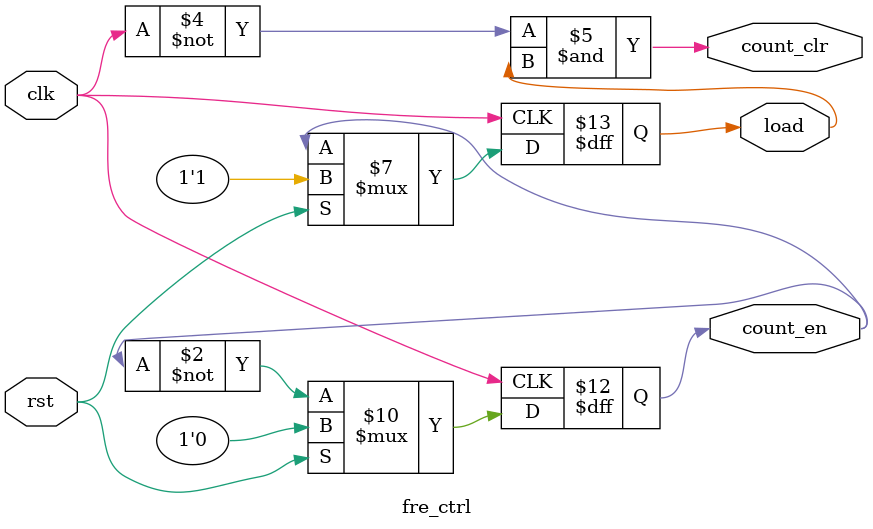
<source format=v>
module fre_ctrl(clk,rst,count_en,count_clr,load);
output count_en,count_clr,load;
input clk,rst;
reg count_en,load;

always @(posedge clk)
  begin
	if(rst)
	 	begin  count_en=0;  load=1;  end
	else  	begin
	count_en=~count_en;
	load=~count_en;
	end
  end

assign  count_clr=~clk&load;
endmodule

</source>
